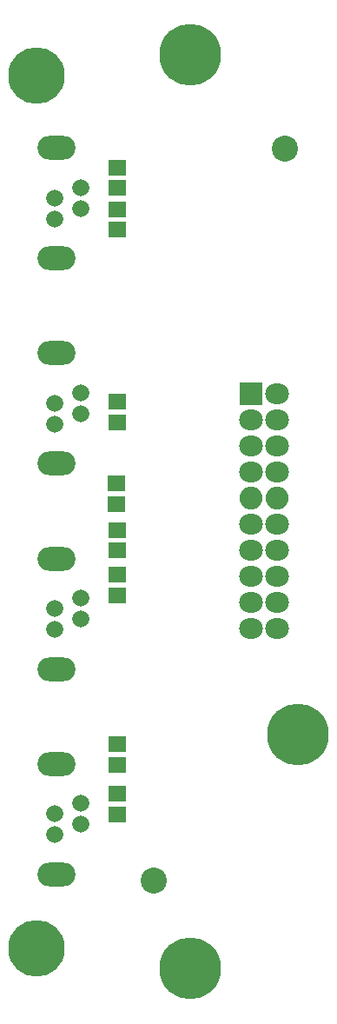
<source format=gbs>
G04 #@! TF.FileFunction,Soldermask,Bot*
%FSLAX46Y46*%
G04 Gerber Fmt 4.6, Leading zero omitted, Abs format (unit mm)*
G04 Created by KiCad (PCBNEW 4.0.4+e1-6308~48~ubuntu15.10.1-stable) date Fri Nov 17 08:48:54 2017*
%MOMM*%
%LPD*%
G01*
G04 APERTURE LIST*
%ADD10C,0.150000*%
%ADD11C,6.008000*%
%ADD12C,5.508000*%
%ADD13C,2.540000*%
%ADD14R,2.235200X2.235200*%
%ADD15O,2.308000X2.008000*%
%ADD16O,2.235200X2.235200*%
%ADD17C,1.668000*%
%ADD18O,3.708000X2.308000*%
%ADD19R,1.758000X1.508000*%
G04 APERTURE END LIST*
D10*
D11*
X80772000Y-51296000D03*
X80772000Y-140296000D03*
D12*
X65772000Y-138296000D03*
X65772000Y-53296000D03*
D13*
X77190600Y-131711700D03*
D14*
X86671200Y-84290000D03*
D15*
X89211200Y-84290000D03*
X86671200Y-86830000D03*
X89211200Y-86830000D03*
X86671200Y-89370000D03*
X89211200Y-89370000D03*
X86671200Y-91910000D03*
X89211200Y-91910000D03*
D16*
X86671200Y-94450000D03*
X89211200Y-94450000D03*
D15*
X86671200Y-96990000D03*
X89211200Y-96990000D03*
X86671200Y-99530000D03*
X89211200Y-99530000D03*
X86671200Y-102070000D03*
X89211200Y-102070000D03*
X86671200Y-104610000D03*
X89211200Y-104610000D03*
X86671200Y-107150000D03*
X89211200Y-107150000D03*
D11*
X91287600Y-117449600D03*
D17*
X70081200Y-126230000D03*
X70081200Y-124190000D03*
X67531200Y-125210000D03*
X67531200Y-127250000D03*
D18*
X67731200Y-131100000D03*
X67731200Y-120340000D03*
D17*
X70081200Y-106230000D03*
X70081200Y-104190000D03*
X67531200Y-105210000D03*
X67531200Y-107250000D03*
D18*
X67731200Y-111100000D03*
X67731200Y-100340000D03*
D17*
X70081200Y-86230000D03*
X70081200Y-84190000D03*
X67531200Y-85210000D03*
X67531200Y-87250000D03*
D18*
X67731200Y-91100000D03*
X67731200Y-80340000D03*
D17*
X70081200Y-66230000D03*
X70081200Y-64190000D03*
X67531200Y-65210000D03*
X67531200Y-67250000D03*
D18*
X67731200Y-71100000D03*
X67731200Y-60340000D03*
D19*
X73636000Y-99564000D03*
X73636000Y-97564000D03*
X73636000Y-101894000D03*
X73636000Y-103894000D03*
X73636000Y-123230000D03*
X73636000Y-125230000D03*
X73636000Y-120404000D03*
X73636000Y-118404000D03*
X73636000Y-66310000D03*
X73636000Y-68310000D03*
X73636000Y-64246000D03*
X73636000Y-62246000D03*
X73585200Y-93036200D03*
X73585200Y-95036200D03*
X73636000Y-87082000D03*
X73636000Y-85082000D03*
D13*
X89966800Y-60401200D03*
M02*

</source>
